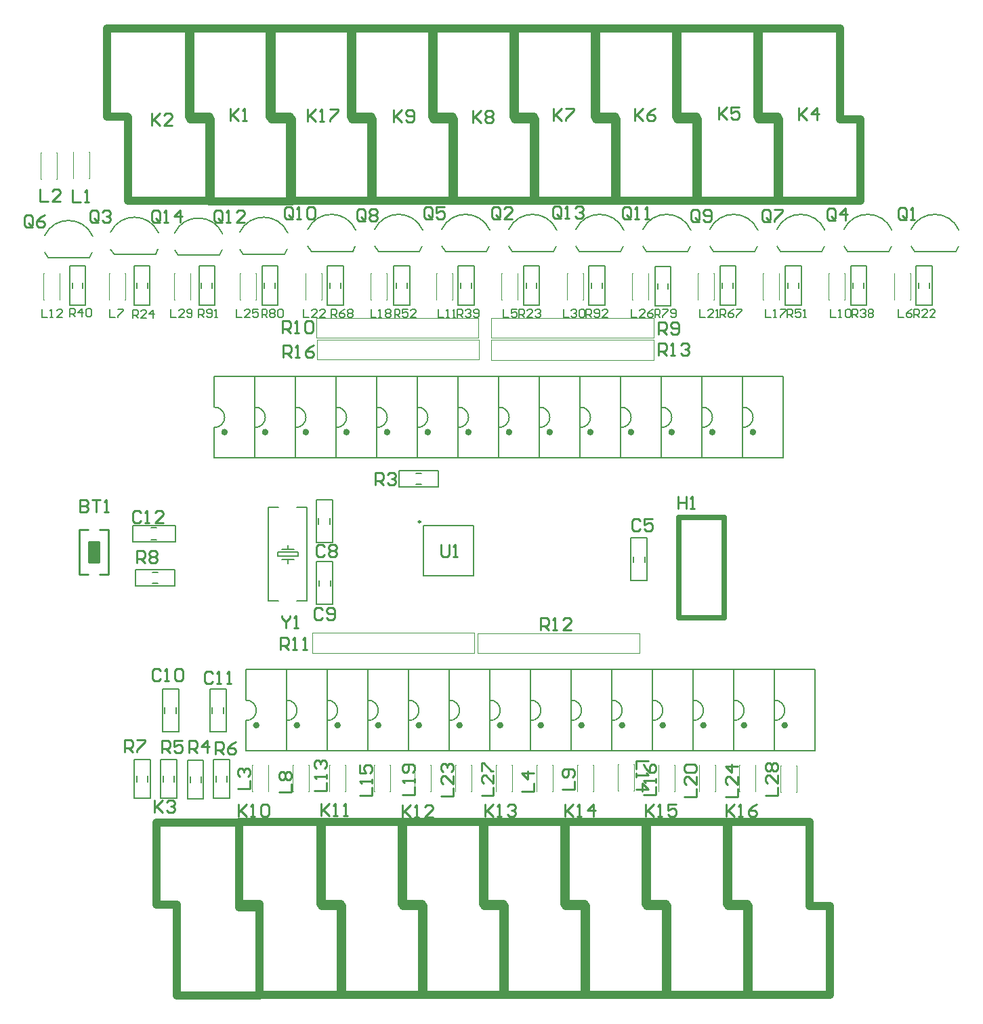
<source format=gto>
G04*
G04 #@! TF.GenerationSoftware,Altium Limited,Altium Designer,21.3.2 (30)*
G04*
G04 Layer_Color=65535*
%FSTAX24Y24*%
%MOIN*%
G70*
G04*
G04 #@! TF.SameCoordinates,7032F62B-6258-4621-937C-C93DEBE01454*
G04*
G04*
G04 #@! TF.FilePolarity,Positive*
G04*
G01*
G75*
%ADD10C,0.0150*%
%ADD11C,0.0070*%
%ADD12C,0.0098*%
%ADD13C,0.0079*%
%ADD14C,0.0040*%
%ADD15C,0.0010*%
%ADD16C,0.0394*%
%ADD17C,0.0050*%
%ADD18C,0.0250*%
%ADD19C,0.0100*%
%ADD20R,0.0500X0.1000*%
D10*
X023707Y02792D02*
G03*
X023707Y02792I-00008J0D01*
G01*
X021707D02*
G03*
X021707Y02792I-00008J0D01*
G01*
X033707D02*
G03*
X033707Y02792I-00008J0D01*
G01*
X031707D02*
G03*
X031707Y02792I-00008J0D01*
G01*
X045707D02*
G03*
X045707Y02792I-00008J0D01*
G01*
X043707D02*
G03*
X043707Y02792I-00008J0D01*
G01*
X041707D02*
G03*
X041707Y02792I-00008J0D01*
G01*
X039707D02*
G03*
X039707Y02792I-00008J0D01*
G01*
X025707D02*
G03*
X025707Y02792I-00008J0D01*
G01*
X029707D02*
G03*
X029707Y02792I-00008J0D01*
G01*
X027707D02*
G03*
X027707Y02792I-00008J0D01*
G01*
X035707D02*
G03*
X035707Y02792I-00008J0D01*
G01*
X037707D02*
G03*
X037707Y02792I-00008J0D01*
G01*
X047707D02*
G03*
X047707Y02792I-00008J0D01*
G01*
X023268Y013516D02*
G03*
X023268Y013516I-00008J0D01*
G01*
X037268D02*
G03*
X037268Y013516I-00008J0D01*
G01*
X049268D02*
G03*
X049268Y013516I-00008J0D01*
G01*
X035268D02*
G03*
X035268Y013516I-00008J0D01*
G01*
X039268D02*
G03*
X039268Y013516I-00008J0D01*
G01*
X025268D02*
G03*
X025268Y013516I-00008J0D01*
G01*
X041268D02*
G03*
X041268Y013516I-00008J0D01*
G01*
X027268D02*
G03*
X027268Y013516I-00008J0D01*
G01*
X043268D02*
G03*
X043268Y013516I-00008J0D01*
G01*
X029268D02*
G03*
X029268Y013516I-00008J0D01*
G01*
X045268D02*
G03*
X045268Y013516I-00008J0D01*
G01*
X031268D02*
G03*
X031268Y013516I-00008J0D01*
G01*
X047268D02*
G03*
X047268Y013516I-00008J0D01*
G01*
X033268D02*
G03*
X033268Y013516I-00008J0D01*
G01*
D11*
X023114Y02815D02*
G03*
X023117Y02915I000017J0005D01*
G01*
X021114Y02815D02*
G03*
X021117Y02915I000017J0005D01*
G01*
X033114Y02815D02*
G03*
X033117Y02915I000017J0005D01*
G01*
X031114Y02815D02*
G03*
X031117Y02915I000017J0005D01*
G01*
X045114Y02815D02*
G03*
X045117Y02915I000017J0005D01*
G01*
X043114Y02815D02*
G03*
X043117Y02915I000017J0005D01*
G01*
X041114Y02815D02*
G03*
X041117Y02915I000017J0005D01*
G01*
X039114Y02815D02*
G03*
X039117Y02915I000017J0005D01*
G01*
X025114Y02815D02*
G03*
X025117Y02915I000017J0005D01*
G01*
X029114Y02815D02*
G03*
X029117Y02915I000017J0005D01*
G01*
X027114Y02815D02*
G03*
X027117Y02915I000017J0005D01*
G01*
X035114Y02815D02*
G03*
X035117Y02915I000017J0005D01*
G01*
X037114Y02815D02*
G03*
X037117Y02915I000017J0005D01*
G01*
X047114Y02815D02*
G03*
X047117Y02915I000017J0005D01*
G01*
X015139Y03755D02*
G03*
X012775Y037582I-00119J-000524D01*
G01*
X018379Y03771D02*
G03*
X016015Y037742I-00119J-000524D01*
G01*
X021529Y03767D02*
G03*
X019165Y037702I-00119J-000524D01*
G01*
X047866Y03785D02*
G03*
X045502Y037882I-00119J-000524D01*
G01*
X057759Y03785D02*
G03*
X055395Y037882I-00119J-000524D01*
G01*
X024739Y03771D02*
G03*
X022375Y037742I-00119J-000524D01*
G01*
X02808Y03785D02*
G03*
X025716Y037882I-00119J-000524D01*
G01*
X031378Y03785D02*
G03*
X029013Y037882I-00119J-000524D01*
G01*
X034676Y03785D02*
G03*
X032311Y037882I-00119J-000524D01*
G01*
X037973Y03785D02*
G03*
X035609Y037882I-00119J-000524D01*
G01*
X041271Y03785D02*
G03*
X038906Y037882I-00119J-000524D01*
G01*
X044569Y03785D02*
G03*
X042204Y037882I-00119J-000524D01*
G01*
X051164Y03785D02*
G03*
X048799Y037882I-00119J-000524D01*
G01*
X054462Y03785D02*
G03*
X052097Y037882I-00119J-000524D01*
G01*
X022674Y013747D02*
G03*
X022678Y014746I000017J0005D01*
G01*
X036674Y013747D02*
G03*
X036678Y014746I000017J0005D01*
G01*
X048674Y013747D02*
G03*
X048678Y014746I000017J0005D01*
G01*
X034674Y013747D02*
G03*
X034678Y014746I000017J0005D01*
G01*
X038674Y013747D02*
G03*
X038678Y014746I000017J0005D01*
G01*
X024674Y013747D02*
G03*
X024678Y014746I000017J0005D01*
G01*
X040674Y013747D02*
G03*
X040678Y014746I000017J0005D01*
G01*
X026674Y013747D02*
G03*
X026678Y014746I000017J0005D01*
G01*
X042674Y013747D02*
G03*
X042678Y014746I000017J0005D01*
G01*
X028674Y013747D02*
G03*
X028678Y014746I000017J0005D01*
G01*
X044674Y013747D02*
G03*
X044678Y014746I000017J0005D01*
G01*
X030674Y013747D02*
G03*
X030678Y014746I000017J0005D01*
G01*
X046674Y013747D02*
G03*
X046678Y014746I000017J0005D01*
G01*
X032674Y013747D02*
G03*
X032678Y014746I000017J0005D01*
G01*
X023117Y03065D02*
X025117D01*
Y02665D02*
Y03065D01*
X023117Y02665D02*
X025117D01*
X023117Y02916D02*
Y03065D01*
Y02665D02*
Y02815D01*
X021117Y03065D02*
X023117D01*
Y02665D02*
Y03065D01*
X021117Y02665D02*
X023117D01*
X021117Y02916D02*
Y03065D01*
Y02665D02*
Y02815D01*
X033117Y03065D02*
X035117D01*
Y02665D02*
Y03065D01*
X033117Y02665D02*
X035117D01*
X033117Y02916D02*
Y03065D01*
Y02665D02*
Y02815D01*
X031117Y03065D02*
X033117D01*
Y02665D02*
Y03065D01*
X031117Y02665D02*
X033117D01*
X031117Y02916D02*
Y03065D01*
Y02665D02*
Y02815D01*
X045117Y03065D02*
X047117D01*
Y02665D02*
Y03065D01*
X045117Y02665D02*
X047117D01*
X045117Y02916D02*
Y03065D01*
Y02665D02*
Y02815D01*
X043117Y03065D02*
X045117D01*
Y02665D02*
Y03065D01*
X043117Y02665D02*
X045117D01*
X043117Y02916D02*
Y03065D01*
Y02665D02*
Y02815D01*
X041117Y03065D02*
X043117D01*
Y02665D02*
Y03065D01*
X041117Y02665D02*
X043117D01*
X041117Y02916D02*
Y03065D01*
Y02665D02*
Y02815D01*
X039117Y03065D02*
X041117D01*
Y02665D02*
Y03065D01*
X039117Y02665D02*
X041117D01*
X039117Y02916D02*
Y03065D01*
Y02665D02*
Y02815D01*
X025117Y03065D02*
X027117D01*
Y02665D02*
Y03065D01*
X025117Y02665D02*
X027117D01*
X025117Y02916D02*
Y03065D01*
Y02665D02*
Y02815D01*
X029117Y03065D02*
X031117D01*
Y02665D02*
Y03065D01*
X029117Y02665D02*
X031117D01*
X029117Y02916D02*
Y03065D01*
Y02665D02*
Y02815D01*
X027117Y03065D02*
X029117D01*
Y02665D02*
Y03065D01*
X027117Y02665D02*
X029117D01*
X027117Y02916D02*
Y03065D01*
Y02665D02*
Y02815D01*
X035117Y03065D02*
X037117D01*
Y02665D02*
Y03065D01*
X035117Y02665D02*
X037117D01*
X035117Y02916D02*
Y03065D01*
Y02665D02*
Y02815D01*
X037117Y03065D02*
X039117D01*
Y02665D02*
Y03065D01*
X037117Y02665D02*
X039117D01*
X037117Y02916D02*
Y03065D01*
Y02665D02*
Y02815D01*
X047117Y03065D02*
X049117D01*
Y02665D02*
Y03065D01*
X047117Y02665D02*
X049117D01*
X047117Y02916D02*
Y03065D01*
Y02665D02*
Y02815D01*
X012787Y036748D02*
X01296Y0365D01*
X01499D02*
X01512Y03676D01*
X01296Y0365D02*
X01499D01*
X016027Y036908D02*
X0162Y03666D01*
X01823D02*
X01836Y03692D01*
X0162Y03666D02*
X01823D01*
X019177Y036868D02*
X01935Y03662D01*
X02138D02*
X02151Y03688D01*
X01935Y03662D02*
X02138D01*
X045687Y0368D02*
X047717D01*
X047847Y03706D01*
X045514Y037048D02*
X045687Y0368D01*
X05558D02*
X05761D01*
X05774Y03706D01*
X055407Y037048D02*
X05558Y0368D01*
X02256Y03666D02*
X02459D01*
X02472Y03692D01*
X022387Y036908D02*
X02256Y03666D01*
X025901Y0368D02*
X027931D01*
X028061Y03706D01*
X025727Y037048D02*
X025901Y0368D01*
X029198D02*
X031228D01*
X031358Y03706D01*
X029025Y037048D02*
X029198Y0368D01*
X032496D02*
X034526D01*
X034656Y03706D01*
X032323Y037048D02*
X032496Y0368D01*
X035794D02*
X037824D01*
X037954Y03706D01*
X03562Y037048D02*
X035794Y0368D01*
X039092D02*
X041122D01*
X041252Y03706D01*
X038918Y037048D02*
X039092Y0368D01*
X042389D02*
X044419D01*
X044549Y03706D01*
X042216Y037048D02*
X042389Y0368D01*
X048985D02*
X051015D01*
X051145Y03706D01*
X048811Y037048D02*
X048985Y0368D01*
X052282D02*
X054312D01*
X054442Y03706D01*
X052109Y037048D02*
X052282Y0368D01*
X022678Y012246D02*
Y013746D01*
Y014756D02*
Y016246D01*
Y012246D02*
X024678D01*
Y016246D01*
X022678D02*
X024678D01*
X036678Y012246D02*
Y013746D01*
Y014756D02*
Y016246D01*
Y012246D02*
X038678D01*
Y016246D01*
X036678D02*
X038678D01*
X048678Y012246D02*
Y013746D01*
Y014756D02*
Y016246D01*
Y012246D02*
X050678D01*
Y016246D01*
X048678D02*
X050678D01*
X034678Y012246D02*
Y013746D01*
Y014756D02*
Y016246D01*
Y012246D02*
X036678D01*
Y016246D01*
X034678D02*
X036678D01*
X038678Y012246D02*
Y013746D01*
Y014756D02*
Y016246D01*
Y012246D02*
X040678D01*
Y016246D01*
X038678D02*
X040678D01*
X024678Y012246D02*
Y013746D01*
Y014756D02*
Y016246D01*
Y012246D02*
X026678D01*
Y016246D01*
X024678D02*
X026678D01*
X040678Y012246D02*
Y013746D01*
Y014756D02*
Y016246D01*
Y012246D02*
X042678D01*
Y016246D01*
X040678D02*
X042678D01*
X026678Y012246D02*
Y013746D01*
Y014756D02*
Y016246D01*
Y012246D02*
X028678D01*
Y016246D01*
X026678D02*
X028678D01*
X042678Y012246D02*
Y013746D01*
Y014756D02*
Y016246D01*
Y012246D02*
X044678D01*
Y016246D01*
X042678D02*
X044678D01*
X028678Y012246D02*
Y013746D01*
Y014756D02*
Y016246D01*
Y012246D02*
X030678D01*
Y016246D01*
X028678D02*
X030678D01*
X044678Y012246D02*
Y013746D01*
Y014756D02*
Y016246D01*
Y012246D02*
X046678D01*
Y016246D01*
X044678D02*
X046678D01*
X030678Y012246D02*
Y013746D01*
Y014756D02*
Y016246D01*
Y012246D02*
X032678D01*
Y016246D01*
X030678D02*
X032678D01*
X046678Y012246D02*
Y013746D01*
Y014756D02*
Y016246D01*
Y012246D02*
X048678D01*
Y016246D01*
X046678D02*
X048678D01*
X032678Y012246D02*
Y013746D01*
Y014756D02*
Y016246D01*
Y012246D02*
X034678D01*
Y016246D01*
X032678D02*
X034678D01*
D12*
X031267Y023516D02*
G03*
X031267Y023516I-000049J0D01*
G01*
D13*
X02037Y03609D02*
X02084D01*
X02037Y03417D02*
Y03609D01*
Y03417D02*
X02115D01*
X02102Y03499D02*
Y03527D01*
X02049Y03499D02*
Y03527D01*
X02115Y03417D02*
Y03609D01*
X02084D02*
X02115D01*
X01401Y03608D02*
X01448D01*
X01401Y03416D02*
Y03608D01*
Y03416D02*
X01479D01*
X01466Y03498D02*
Y03526D01*
X01413Y03498D02*
Y03526D01*
X01479Y03416D02*
Y03608D01*
X01448D02*
X01479D01*
X01718Y036091D02*
X01765D01*
X01718Y034171D02*
Y036091D01*
Y034171D02*
X01796D01*
X01783Y034991D02*
Y035271D01*
X0173Y034991D02*
Y035271D01*
X01796Y034171D02*
Y036091D01*
X01765D02*
X01796D01*
X023468Y036083D02*
X023938D01*
X023468Y034163D02*
Y036083D01*
Y034163D02*
X024248D01*
X024118Y034983D02*
Y035263D01*
X023588Y034983D02*
Y035263D01*
X024248Y034163D02*
Y036083D01*
X023938D02*
X024248D01*
X026687D02*
X027157D01*
X026687Y034163D02*
Y036083D01*
Y034163D02*
X027467D01*
X027337Y034983D02*
Y035263D01*
X026807Y034983D02*
Y035263D01*
X027467Y034163D02*
Y036083D01*
X027157D02*
X027467D01*
X029955D02*
X030425D01*
X029955Y034163D02*
Y036083D01*
Y034163D02*
X030735D01*
X030605Y034983D02*
Y035263D01*
X030075Y034983D02*
Y035263D01*
X030735Y034163D02*
Y036083D01*
X030425D02*
X030735D01*
X033124D02*
X033594D01*
X033124Y034163D02*
Y036083D01*
Y034163D02*
X033904D01*
X033774Y034983D02*
Y035263D01*
X033244Y034983D02*
Y035263D01*
X033904Y034163D02*
Y036083D01*
X033594D02*
X033904D01*
X036343D02*
X036813D01*
X036343Y034163D02*
Y036083D01*
Y034163D02*
X037123D01*
X036993Y034983D02*
Y035263D01*
X036463Y034983D02*
Y035263D01*
X037123Y034163D02*
Y036083D01*
X036813D02*
X037123D01*
X039561D02*
X040031D01*
X039561Y034163D02*
Y036083D01*
Y034163D02*
X040341D01*
X040211Y034983D02*
Y035263D01*
X039681Y034983D02*
Y035263D01*
X040341Y034163D02*
Y036083D01*
X040031D02*
X040341D01*
X04328Y03606D02*
X04359D01*
Y03414D02*
Y03606D01*
X04293Y03496D02*
Y03524D01*
X04346Y03496D02*
Y03524D01*
X04281Y03414D02*
X04359D01*
X04281D02*
Y03606D01*
X04328D01*
X046468Y036083D02*
X046778D01*
Y034163D02*
Y036083D01*
X046118Y034983D02*
Y035263D01*
X046648Y034983D02*
Y035263D01*
X045998Y034163D02*
X046778D01*
X045998D02*
Y036083D01*
X046468D01*
X049217D02*
X049687D01*
X049217Y034163D02*
Y036083D01*
Y034163D02*
X049997D01*
X049867Y034983D02*
Y035263D01*
X049337Y034983D02*
Y035263D01*
X049997Y034163D02*
Y036083D01*
X049687D02*
X049997D01*
X052905D02*
X053215D01*
Y034163D02*
Y036083D01*
X052555Y034983D02*
Y035263D01*
X053085Y034983D02*
Y035263D01*
X052435Y034163D02*
X053215D01*
X052435D02*
Y036083D01*
X052905D01*
X055654D02*
X056124D01*
X055654Y034163D02*
Y036083D01*
Y034163D02*
X056434D01*
X056304Y034983D02*
Y035263D01*
X055774Y034983D02*
Y035263D01*
X056434Y034163D02*
Y036083D01*
X056124D02*
X056434D01*
X03021Y02571D02*
Y02602D01*
X03213D01*
X03103Y02536D02*
X03131D01*
X03103Y02589D02*
X03131D01*
X03213Y02524D02*
Y02602D01*
X03021Y02524D02*
X03213D01*
X03021D02*
Y02571D01*
X02637Y01945D02*
X02696D01*
Y02155D01*
X02616D02*
X02696D01*
X02628Y02036D02*
Y02064D01*
X02685Y02036D02*
Y02064D01*
X02616Y01945D02*
Y02155D01*
Y01945D02*
X02637D01*
X02614Y0246D02*
X02673D01*
X02614Y0225D02*
Y0246D01*
Y0225D02*
X02694D01*
X02682Y02341D02*
Y02369D01*
X02625Y02341D02*
Y02369D01*
X02694Y0225D02*
Y0246D01*
X02673D02*
X02694D01*
X031395Y023339D02*
X033875D01*
Y020859D02*
Y023339D01*
X031395Y020859D02*
X033875D01*
X031395D02*
Y023339D01*
X0171Y022533D02*
Y023123D01*
Y022533D02*
X0192D01*
Y023333D01*
X01801Y023213D02*
X01829D01*
X01801Y022643D02*
X01829D01*
X0171Y023333D02*
X0192D01*
X0171Y023123D02*
Y023333D01*
X021392Y009923D02*
X021862D01*
Y011843D01*
X021082D02*
X021862D01*
X021212Y010743D02*
Y011023D01*
X021742Y010743D02*
Y011023D01*
X021082Y009923D02*
Y011843D01*
Y009923D02*
X021392D01*
X02149Y0153D02*
X0217D01*
Y0132D02*
Y0153D01*
X02101Y01411D02*
Y01439D01*
X02158Y01411D02*
Y01439D01*
X0209Y0132D02*
X0217D01*
X0209D02*
Y0153D01*
X02149D01*
X01917D02*
X01938D01*
Y0132D02*
Y0153D01*
X01869Y01411D02*
Y01439D01*
X01926Y01411D02*
Y01439D01*
X01858Y0132D02*
X01938D01*
X01858D02*
Y0153D01*
X01917D01*
X017492Y009923D02*
X017962D01*
Y011843D01*
X017182D02*
X017962D01*
X017312Y010743D02*
Y011023D01*
X017842Y010743D02*
Y011023D01*
X017182Y009923D02*
Y011843D01*
Y009923D02*
X017492D01*
X018482Y011843D02*
X018952D01*
X018482Y009923D02*
Y011843D01*
Y009923D02*
X019262D01*
X019132Y010743D02*
Y011023D01*
X018602Y010743D02*
Y011023D01*
X019262Y009923D02*
Y011843D01*
X018952D02*
X019262D01*
X02012Y00989D02*
X02059D01*
Y01181D01*
X01981D02*
X02059D01*
X01994Y01071D02*
Y01099D01*
X02047Y01071D02*
Y01099D01*
X01981Y00989D02*
Y01181D01*
Y00989D02*
X02012D01*
X019169Y020688D02*
Y021158D01*
X017249D02*
X019169D01*
X017249Y020378D02*
Y021158D01*
X018069Y020508D02*
X018349D01*
X018069Y021038D02*
X018349D01*
X017249Y020378D02*
X019169D01*
Y020688D01*
X041611Y020614D02*
X041821D01*
X041611D02*
Y022714D01*
X042301Y021524D02*
Y021804D01*
X041731Y021524D02*
Y021804D01*
X041611Y022714D02*
X042411D01*
Y020614D02*
Y022714D01*
X041821Y020614D02*
X042411D01*
X020361Y03356D02*
Y033954D01*
X020558D01*
X020623Y033888D01*
Y033757D01*
X020558Y033691D01*
X020361D01*
X020492D02*
X020623Y03356D01*
X020755Y033626D02*
X02082Y03356D01*
X020951D01*
X021017Y033626D01*
Y033888D01*
X020951Y033954D01*
X02082D01*
X020755Y033888D01*
Y033823D01*
X02082Y033757D01*
X021017D01*
X021148Y03356D02*
X021279D01*
X021214D01*
Y033954D01*
X021148Y033888D01*
X012649Y033973D02*
Y033579D01*
X012911D01*
X013042D02*
X013173D01*
X013108D01*
Y033973D01*
X013042Y033907D01*
X013633Y033579D02*
X01337D01*
X013633Y033842D01*
Y033907D01*
X013567Y033973D01*
X013436D01*
X01337Y033907D01*
X014022Y0336D02*
Y033994D01*
X014219D01*
X014285Y033928D01*
Y033797D01*
X014219Y033731D01*
X014022D01*
X014154D02*
X014285Y0336D01*
X014613D02*
Y033994D01*
X014416Y033797D01*
X014678D01*
X01481Y033928D02*
X014875Y033994D01*
X015006D01*
X015072Y033928D01*
Y033666D01*
X015006Y0336D01*
X014875D01*
X01481Y033666D01*
Y033928D01*
X01598Y033973D02*
Y033579D01*
X016243D01*
X016374Y033973D02*
X016636D01*
Y033907D01*
X016374Y033645D01*
Y033579D01*
X017114Y033531D02*
Y033924D01*
X017311D01*
X017376Y033859D01*
Y033727D01*
X017311Y033662D01*
X017114D01*
X017245D02*
X017376Y033531D01*
X01777D02*
X017507D01*
X01777Y033793D01*
Y033859D01*
X017704Y033924D01*
X017573D01*
X017507Y033859D01*
X018098Y033531D02*
Y033924D01*
X017901Y033727D01*
X018163D01*
X018978Y033973D02*
Y033579D01*
X01924D01*
X019634D02*
X019371D01*
X019634Y033842D01*
Y033907D01*
X019568Y033973D01*
X019437D01*
X019371Y033907D01*
X019765Y033645D02*
X01983Y033579D01*
X019962D01*
X020027Y033645D01*
Y033907D01*
X019962Y033973D01*
X01983D01*
X019765Y033907D01*
Y033842D01*
X01983Y033776D01*
X020027D01*
X022224Y033973D02*
Y033579D01*
X022487D01*
X02288D02*
X022618D01*
X02288Y033842D01*
Y033907D01*
X022815Y033973D01*
X022683D01*
X022618Y033907D01*
X023274Y033973D02*
X023011D01*
Y033776D01*
X023142Y033842D01*
X023208D01*
X023274Y033776D01*
Y033645D01*
X023208Y033579D01*
X023077D01*
X023011Y033645D01*
X023465Y033573D02*
Y033967D01*
X023662D01*
X023728Y033901D01*
Y03377D01*
X023662Y033704D01*
X023465D01*
X023596D02*
X023728Y033573D01*
X023859Y033901D02*
X023924Y033967D01*
X024056D01*
X024121Y033901D01*
Y033836D01*
X024056Y03377D01*
X024121Y033704D01*
Y033639D01*
X024056Y033573D01*
X023924D01*
X023859Y033639D01*
Y033704D01*
X023924Y03377D01*
X023859Y033836D01*
Y033901D01*
X023924Y03377D02*
X024056D01*
X024252Y033901D02*
X024318Y033967D01*
X024449D01*
X024515Y033901D01*
Y033639D01*
X024449Y033573D01*
X024318D01*
X024252Y033639D01*
Y033901D01*
X025525Y033967D02*
Y033573D01*
X025788D01*
X026181D02*
X025919D01*
X026181Y033836D01*
Y033901D01*
X026116Y033967D01*
X025984D01*
X025919Y033901D01*
X026575Y033573D02*
X026312D01*
X026575Y033836D01*
Y033901D01*
X026509Y033967D01*
X026378D01*
X026312Y033901D01*
X026885Y033573D02*
Y033967D01*
X027082D01*
X027148Y033901D01*
Y03377D01*
X027082Y033704D01*
X026885D01*
X027016D02*
X027148Y033573D01*
X027541Y033967D02*
X02741Y033901D01*
X027279Y03377D01*
Y033639D01*
X027344Y033573D01*
X027476D01*
X027541Y033639D01*
Y033704D01*
X027476Y03377D01*
X027279D01*
X027672Y033901D02*
X027738Y033967D01*
X027869D01*
X027935Y033901D01*
Y033836D01*
X027869Y03377D01*
X027935Y033704D01*
Y033639D01*
X027869Y033573D01*
X027738D01*
X027672Y033639D01*
Y033704D01*
X027738Y03377D01*
X027672Y033836D01*
Y033901D01*
X027738Y03377D02*
X027869D01*
X028829Y033973D02*
Y033579D01*
X029091D01*
X029222D02*
X029353D01*
X029288D01*
Y033973D01*
X029222Y033907D01*
X02955D02*
X029616Y033973D01*
X029747D01*
X029813Y033907D01*
Y033842D01*
X029747Y033776D01*
X029813Y033711D01*
Y033645D01*
X029747Y033579D01*
X029616D01*
X02955Y033645D01*
Y033711D01*
X029616Y033776D01*
X02955Y033842D01*
Y033907D01*
X029616Y033776D02*
X029747D01*
X029995Y033573D02*
Y033967D01*
X030192D01*
X030258Y033901D01*
Y03377D01*
X030192Y033704D01*
X029995D01*
X030126D02*
X030258Y033573D01*
X030651Y033967D02*
X030389D01*
Y03377D01*
X03052Y033836D01*
X030586D01*
X030651Y03377D01*
Y033639D01*
X030586Y033573D01*
X030454D01*
X030389Y033639D01*
X031045Y033573D02*
X030782D01*
X031045Y033836D01*
Y033901D01*
X030979Y033967D01*
X030848D01*
X030782Y033901D01*
X032141Y033973D02*
Y033579D01*
X032403D01*
X032534D02*
X032666D01*
X0326D01*
Y033973D01*
X032534Y033907D01*
X032862Y033579D02*
X032994D01*
X032928D01*
Y033973D01*
X032862Y033907D01*
X033081Y033579D02*
Y033973D01*
X033278D01*
X033343Y033907D01*
Y033776D01*
X033278Y033711D01*
X033081D01*
X033212D02*
X033343Y033579D01*
X033474Y033907D02*
X03354Y033973D01*
X033671D01*
X033737Y033907D01*
Y033842D01*
X033671Y033776D01*
X033606D01*
X033671D01*
X033737Y033711D01*
Y033645D01*
X033671Y033579D01*
X03354D01*
X033474Y033645D01*
X033868D02*
X033934Y033579D01*
X034065D01*
X03413Y033645D01*
Y033907D01*
X034065Y033973D01*
X033934D01*
X033868Y033907D01*
Y033842D01*
X033934Y033776D01*
X03413D01*
X035355Y033973D02*
Y033579D01*
X035617D01*
X03601Y033973D02*
X035748D01*
Y033776D01*
X035879Y033842D01*
X035945D01*
X03601Y033776D01*
Y033645D01*
X035945Y033579D01*
X035814D01*
X035748Y033645D01*
X036117Y033579D02*
Y033973D01*
X036314D01*
X03638Y033907D01*
Y033776D01*
X036314Y033711D01*
X036117D01*
X036249D02*
X03638Y033579D01*
X036773D02*
X036511D01*
X036773Y033842D01*
Y033907D01*
X036708Y033973D01*
X036577D01*
X036511Y033907D01*
X036905D02*
X03697Y033973D01*
X037101D01*
X037167Y033907D01*
Y033842D01*
X037101Y033776D01*
X037036D01*
X037101D01*
X037167Y033711D01*
Y033645D01*
X037101Y033579D01*
X03697D01*
X036905Y033645D01*
X038299Y033973D02*
Y033579D01*
X038562D01*
X038693Y033907D02*
X038758Y033973D01*
X03889D01*
X038955Y033907D01*
Y033842D01*
X03889Y033776D01*
X038824D01*
X03889D01*
X038955Y033711D01*
Y033645D01*
X03889Y033579D01*
X038758D01*
X038693Y033645D01*
X039086Y033907D02*
X039152Y033973D01*
X039283D01*
X039349Y033907D01*
Y033645D01*
X039283Y033579D01*
X039152D01*
X039086Y033645D01*
Y033907D01*
X039416Y033579D02*
Y033973D01*
X039613D01*
X039679Y033907D01*
Y033776D01*
X039613Y033711D01*
X039416D01*
X039548D02*
X039679Y033579D01*
X03981Y033645D02*
X039876Y033579D01*
X040007D01*
X040072Y033645D01*
Y033907D01*
X040007Y033973D01*
X039876D01*
X03981Y033907D01*
Y033842D01*
X039876Y033776D01*
X040072D01*
X040466Y033579D02*
X040204D01*
X040466Y033842D01*
Y033907D01*
X0404Y033973D01*
X040269D01*
X040204Y033907D01*
X041651Y033973D02*
Y033579D01*
X041913D01*
X042307D02*
X042044D01*
X042307Y033842D01*
Y033907D01*
X042241Y033973D01*
X04211D01*
X042044Y033907D01*
X0427Y033973D02*
X042569Y033907D01*
X042438Y033776D01*
Y033645D01*
X042503Y033579D01*
X042635D01*
X0427Y033645D01*
Y033711D01*
X042635Y033776D01*
X042438D01*
X042798Y033556D02*
Y03395D01*
X042995D01*
X043061Y033884D01*
Y033753D01*
X042995Y033688D01*
X042798D01*
X042929D02*
X043061Y033556D01*
X043192Y03395D02*
X043454D01*
Y033884D01*
X043192Y033622D01*
Y033556D01*
X043585Y033622D02*
X043651Y033556D01*
X043782D01*
X043848Y033622D01*
Y033884D01*
X043782Y03395D01*
X043651D01*
X043585Y033884D01*
Y033819D01*
X043651Y033753D01*
X043848D01*
X045015Y033973D02*
Y033579D01*
X045278D01*
X045671D02*
X045409D01*
X045671Y033842D01*
Y033907D01*
X045606Y033973D01*
X045475D01*
X045409Y033907D01*
X045802Y033579D02*
X045934D01*
X045868D01*
Y033973D01*
X045802Y033907D01*
X046014Y033579D02*
Y033973D01*
X046211D01*
X046277Y033907D01*
Y033776D01*
X046211Y033711D01*
X046014D01*
X046146D02*
X046277Y033579D01*
X04667Y033973D02*
X046539Y033907D01*
X046408Y033776D01*
Y033645D01*
X046474Y033579D01*
X046605D01*
X04667Y033645D01*
Y033711D01*
X046605Y033776D01*
X046408D01*
X046802Y033973D02*
X047064D01*
Y033907D01*
X046802Y033645D01*
Y033579D01*
X048255Y033973D02*
Y033579D01*
X048518D01*
X048649D02*
X04878D01*
X048714D01*
Y033973D01*
X048649Y033907D01*
X048977Y033973D02*
X049239D01*
Y033907D01*
X048977Y033645D01*
Y033579D01*
X049327D02*
Y033973D01*
X049523D01*
X049589Y033907D01*
Y033776D01*
X049523Y033711D01*
X049327D01*
X049458D02*
X049589Y033579D01*
X049982Y033973D02*
X04972D01*
Y033776D01*
X049851Y033842D01*
X049917D01*
X049982Y033776D01*
Y033645D01*
X049917Y033579D01*
X049786D01*
X04972Y033645D01*
X050114Y033579D02*
X050245D01*
X050179D01*
Y033973D01*
X050114Y033907D01*
X051449Y033973D02*
Y033579D01*
X051712D01*
X051843D02*
X051974D01*
X051909D01*
Y033973D01*
X051843Y033907D01*
X052171D02*
X052236Y033973D01*
X052368D01*
X052433Y033907D01*
Y033645D01*
X052368Y033579D01*
X052236D01*
X052171Y033645D01*
Y033907D01*
X052507Y033579D02*
Y033973D01*
X052704D01*
X05277Y033907D01*
Y033776D01*
X052704Y033711D01*
X052507D01*
X052639D02*
X05277Y033579D01*
X052901Y033907D02*
X052967Y033973D01*
X053098D01*
X053163Y033907D01*
Y033842D01*
X053098Y033776D01*
X053032D01*
X053098D01*
X053163Y033711D01*
Y033645D01*
X053098Y033579D01*
X052967D01*
X052901Y033645D01*
X053295Y033907D02*
X05336Y033973D01*
X053491D01*
X053557Y033907D01*
Y033842D01*
X053491Y033776D01*
X053557Y033711D01*
Y033645D01*
X053491Y033579D01*
X05336D01*
X053295Y033645D01*
Y033711D01*
X05336Y033776D01*
X053295Y033842D01*
Y033907D01*
X05336Y033776D02*
X053491D01*
X054781Y033973D02*
Y033579D01*
X055044D01*
X055437Y033973D02*
X055306Y033907D01*
X055175Y033776D01*
Y033645D01*
X05524Y033579D01*
X055371D01*
X055437Y033645D01*
Y033711D01*
X055371Y033776D01*
X055175D01*
X055544Y033579D02*
Y033973D01*
X055741D01*
X055806Y033907D01*
Y033776D01*
X055741Y033711D01*
X055544D01*
X055675D02*
X055806Y033579D01*
X0562D02*
X055938D01*
X0562Y033842D01*
Y033907D01*
X056134Y033973D01*
X056003D01*
X055938Y033907D01*
X056594Y033579D02*
X056331D01*
X056594Y033842D01*
Y033907D01*
X056528Y033973D01*
X056397D01*
X056331Y033907D01*
D14*
X013521Y034422D02*
Y035722D01*
X012721Y034422D02*
Y035722D01*
X013501Y034422D02*
X013521D01*
X013501Y035722D02*
X013521D01*
X012721D02*
X012751D01*
X012721Y034422D02*
X012741D01*
X016739D02*
Y035722D01*
X015939Y034422D02*
Y035722D01*
X016719Y034422D02*
X016739D01*
X016719Y035722D02*
X016739D01*
X015939D02*
X015969D01*
X015939Y034422D02*
X015959D01*
X019958D02*
Y035722D01*
X019158Y034422D02*
Y035722D01*
X019938Y034422D02*
X019958D01*
X019938Y035722D02*
X019958D01*
X019158D02*
X019188D01*
X019158Y034422D02*
X019178D01*
X023176D02*
Y035722D01*
X022376Y034422D02*
Y035722D01*
X023156Y034422D02*
X023176D01*
X023156Y035722D02*
X023176D01*
X022376D02*
X022406D01*
X022376Y034422D02*
X022396D01*
X026395D02*
Y035722D01*
X025595Y034422D02*
Y035722D01*
X026375Y034422D02*
X026395D01*
X026375Y035722D02*
X026395D01*
X025595D02*
X025625D01*
X025595Y034422D02*
X025615D01*
X029613D02*
Y035722D01*
X028813Y034422D02*
Y035722D01*
X029593Y034422D02*
X029613D01*
X029593Y035722D02*
X029613D01*
X028813D02*
X028843D01*
X028813Y034422D02*
X028833D01*
X032832D02*
Y035722D01*
X032032Y034422D02*
Y035722D01*
X032812Y034422D02*
X032832D01*
X032812Y035722D02*
X032832D01*
X032032D02*
X032062D01*
X032032Y034422D02*
X032052D01*
X03605D02*
Y035722D01*
X03525Y034422D02*
Y035722D01*
X03603Y034422D02*
X03605D01*
X03603Y035722D02*
X03605D01*
X03525D02*
X03528D01*
X03525Y034422D02*
X03527D01*
X039269D02*
Y035722D01*
X038469Y034422D02*
Y035722D01*
X039249Y034422D02*
X039269D01*
X039249Y035722D02*
X039269D01*
X038469D02*
X038499D01*
X038469Y034422D02*
X038489D01*
X042487D02*
Y035722D01*
X041687Y034422D02*
Y035722D01*
X042467Y034422D02*
X042487D01*
X042467Y035722D02*
X042487D01*
X041687D02*
X041717D01*
X041687Y034422D02*
X041707D01*
X045706D02*
Y035722D01*
X044906Y034422D02*
Y035722D01*
X045686Y034422D02*
X045706D01*
X045686Y035722D02*
X045706D01*
X044906D02*
X044936D01*
X044906Y034422D02*
X044926D01*
X048924D02*
Y035722D01*
X048124Y034422D02*
Y035722D01*
X048904Y034422D02*
X048924D01*
X048904Y035722D02*
X048924D01*
X048124D02*
X048154D01*
X048124Y034422D02*
X048144D01*
X052143D02*
Y035722D01*
X051343Y034422D02*
Y035722D01*
X052123Y034422D02*
X052143D01*
X052123Y035722D02*
X052143D01*
X051343D02*
X051373D01*
X051343Y034422D02*
X051363D01*
X054562D02*
X054582D01*
X054562Y035722D02*
X054592D01*
X055342D02*
X055362D01*
X055342Y034422D02*
X055362D01*
X054562D02*
Y035722D01*
X055362Y034422D02*
Y035722D01*
X01336Y04166D02*
X01338D01*
X01335Y04036D02*
X01338D01*
X01258D02*
X0126D01*
X01258Y04166D02*
X0126D01*
X01338Y04036D02*
Y04166D01*
X01258Y04036D02*
Y04166D01*
X01495Y04168D02*
X01497D01*
X01494Y04038D02*
X01497D01*
X01417D02*
X01419D01*
X01417Y04168D02*
X01419D01*
X01497Y04038D02*
Y04168D01*
X01417Y04038D02*
Y04168D01*
X04898Y01023D02*
X049D01*
X04898Y01153D02*
X04901D01*
X04976D02*
X04978D01*
X04976Y01023D02*
X04978D01*
X04898D02*
Y01153D01*
X04978Y01023D02*
Y01153D01*
X04696Y010253D02*
X04698D01*
X04696Y011553D02*
X04699D01*
X04774D02*
X04776D01*
X04774Y010253D02*
X04776D01*
X04696D02*
Y011553D01*
X04776Y010253D02*
Y011553D01*
X044962Y010253D02*
X044982D01*
X044962Y011553D02*
X044992D01*
X045742D02*
X045762D01*
X045742Y010253D02*
X045762D01*
X044962D02*
Y011553D01*
X045762Y010253D02*
Y011553D01*
X042964Y010253D02*
X042984D01*
X042964Y011553D02*
X042994D01*
X043744D02*
X043764D01*
X043744Y010253D02*
X043764D01*
X042964D02*
Y011553D01*
X043764Y010253D02*
Y011553D01*
X04098Y01028D02*
X041D01*
X04098Y01158D02*
X04101D01*
X04176D02*
X04178D01*
X04176Y01028D02*
X04178D01*
X04098D02*
Y01158D01*
X04178Y01028D02*
Y01158D01*
X038968Y010253D02*
X038988D01*
X038968Y011553D02*
X038998D01*
X039748D02*
X039768D01*
X039748Y010253D02*
X039768D01*
X038968D02*
Y011553D01*
X039768Y010253D02*
Y011553D01*
X03697Y010253D02*
X03699D01*
X03697Y011553D02*
X037D01*
X03775D02*
X03777D01*
X03775Y010253D02*
X03777D01*
X03697D02*
Y011553D01*
X03777Y010253D02*
Y011553D01*
X034971Y010253D02*
X034991D01*
X034971Y011553D02*
X035001D01*
X035751D02*
X035771D01*
X035751Y010253D02*
X035771D01*
X034971D02*
Y011553D01*
X035771Y010253D02*
Y011553D01*
X024981Y010253D02*
X025001D01*
X024981Y011553D02*
X025011D01*
X025761D02*
X025781D01*
X025761Y010253D02*
X025781D01*
X024981D02*
Y011553D01*
X025781Y010253D02*
Y011553D01*
X028977Y010253D02*
X028997D01*
X028977Y011553D02*
X029007D01*
X029757D02*
X029777D01*
X029757Y010253D02*
X029777D01*
X028977D02*
Y011553D01*
X029777Y010253D02*
Y011553D01*
X032973Y010253D02*
X032993D01*
X032973Y011553D02*
X033003D01*
X033753D02*
X033773D01*
X033753Y010253D02*
X033773D01*
X032973D02*
Y011553D01*
X033773Y010253D02*
Y011553D01*
X030975Y010253D02*
X030995D01*
X030975Y011553D02*
X031005D01*
X031755D02*
X031775D01*
X031755Y010253D02*
X031775D01*
X030975D02*
Y011553D01*
X031775Y010253D02*
Y011553D01*
X02677Y01027D02*
X02679D01*
X02677Y01157D02*
X0268D01*
X02755D02*
X02757D01*
X02755Y01027D02*
X02757D01*
X02677D02*
Y01157D01*
X02757Y01027D02*
Y01157D01*
X022983Y010253D02*
X023003D01*
X022983Y011553D02*
X023013D01*
X023763D02*
X023783D01*
X023763Y010253D02*
X023783D01*
X022983D02*
Y011553D01*
X023783Y010253D02*
Y011553D01*
D15*
X03415Y03148D02*
Y03246D01*
X02617D02*
X03415D01*
X02617Y03148D02*
Y03246D01*
Y03148D02*
X03415D01*
X03475Y03147D02*
X04273D01*
X03475D02*
Y03245D01*
X04273D01*
Y03147D02*
Y03245D01*
X02614Y03256D02*
X03412D01*
X02614D02*
Y03354D01*
X03412D01*
Y03256D02*
Y03354D01*
X03476Y03256D02*
X04274D01*
X03476D02*
Y03354D01*
X04274D01*
Y03256D02*
Y03354D01*
X03407Y01706D02*
Y01804D01*
Y01706D02*
X04205D01*
Y01804D01*
X03407D02*
X04205D01*
X02594Y01707D02*
Y01805D01*
Y01707D02*
X03392D01*
Y01805D01*
X02594D02*
X03392D01*
D16*
X019872Y043418D02*
Y043438D01*
Y043418D02*
X020872D01*
X020882Y039278D02*
Y043408D01*
X020872Y043418D02*
X020882Y043408D01*
X019872Y043438D02*
Y047748D01*
X023952Y043298D02*
Y047638D01*
Y043298D02*
X024942D01*
Y039278D02*
Y043298D01*
X020882Y039278D02*
X024942D01*
X023952Y047638D02*
Y047768D01*
X019892D02*
X023952D01*
X019872Y047748D02*
X019892Y047768D01*
X047846Y047753D02*
X047866Y047773D01*
X051926D01*
Y047643D02*
Y047773D01*
X048856Y039283D02*
X052916D01*
Y043303D01*
X051926D02*
X052916D01*
X051926D02*
Y047643D01*
X047846Y043443D02*
Y047753D01*
X048846Y043423D02*
X048856Y043413D01*
Y039283D02*
Y043413D01*
X047846Y043423D02*
X048846D01*
X047846D02*
Y043443D01*
X027401Y000265D02*
X027421Y000285D01*
X023341Y000265D02*
X027401D01*
X023341D02*
Y000395D01*
X022351Y008755D02*
X026411D01*
X022351Y004735D02*
Y008755D01*
Y004735D02*
X023341D01*
Y000395D02*
Y004735D01*
X027421Y000285D02*
Y004595D01*
X026411Y004625D02*
X026421Y004615D01*
X026411Y004625D02*
Y008755D01*
X026421Y004615D02*
X027421D01*
Y004595D02*
Y004615D01*
X027846Y047753D02*
X027866Y047773D01*
X031926D01*
Y047643D02*
Y047773D01*
X028856Y039283D02*
X032916D01*
Y043303D01*
X031926D02*
X032916D01*
X031926D02*
Y047643D01*
X027846Y043443D02*
Y047753D01*
X028846Y043423D02*
X028856Y043413D01*
Y039283D02*
Y043413D01*
X027846Y043423D02*
X028846D01*
X027846D02*
Y043443D01*
X031846Y047753D02*
X031866Y047773D01*
X035926D01*
Y047643D02*
Y047773D01*
X032856Y039283D02*
X036916D01*
Y043303D01*
X035926D02*
X036916D01*
X035926D02*
Y047643D01*
X031846Y043443D02*
Y047753D01*
X032846Y043423D02*
X032856Y043413D01*
Y039283D02*
Y043413D01*
X031846Y043423D02*
X032846D01*
X031846D02*
Y043443D01*
X035846Y047753D02*
X035866Y047773D01*
X039926D01*
Y047643D02*
Y047773D01*
X036856Y039283D02*
X040916D01*
Y043303D01*
X039926D02*
X040916D01*
X039926D02*
Y047643D01*
X035846Y043443D02*
Y047753D01*
X036846Y043423D02*
X036856Y043413D01*
Y039283D02*
Y043413D01*
X035846Y043423D02*
X036846D01*
X035846D02*
Y043443D01*
X039846Y047753D02*
X039866Y047773D01*
X043926D01*
Y047643D02*
Y047773D01*
X040856Y039283D02*
X044916D01*
Y043303D01*
X043926D02*
X044916D01*
X043926D02*
Y047643D01*
X039846Y043443D02*
Y047753D01*
X040846Y043423D02*
X040856Y043413D01*
Y039283D02*
Y043413D01*
X039846Y043423D02*
X040846D01*
X039846D02*
Y043443D01*
X043846Y043423D02*
Y043443D01*
Y043423D02*
X044846D01*
X044856Y039283D02*
Y043413D01*
X044846Y043423D02*
X044856Y043413D01*
X043846Y043443D02*
Y047753D01*
X047926Y043303D02*
Y047643D01*
Y043303D02*
X048916D01*
Y039283D02*
Y043303D01*
X044856Y039283D02*
X048916D01*
X047926Y047643D02*
Y047773D01*
X043866D02*
X047926D01*
X043846Y047753D02*
X043866Y047773D01*
X023846Y047753D02*
X023866Y047773D01*
X027926D01*
Y047643D02*
Y047773D01*
X024856Y039283D02*
X028916D01*
Y043303D01*
X027926D02*
X028916D01*
X027926D02*
Y047643D01*
X023846Y043443D02*
Y047753D01*
X024846Y043423D02*
X024856Y043413D01*
Y039283D02*
Y043413D01*
X023846Y043423D02*
X024846D01*
X023846D02*
Y043443D01*
X051421Y004595D02*
Y004615D01*
X050421D02*
X051421D01*
X050411Y004625D02*
Y008755D01*
Y004625D02*
X050421Y004615D01*
X051421Y000285D02*
Y004595D01*
X047341Y000395D02*
Y004735D01*
X046351D02*
X047341D01*
X046351D02*
Y008755D01*
X050411D01*
X047341Y000265D02*
Y000395D01*
Y000265D02*
X051401D01*
X051421Y000285D01*
X047421Y004595D02*
Y004615D01*
X046421D02*
X047421D01*
X046411Y004625D02*
Y008755D01*
Y004625D02*
X046421Y004615D01*
X047421Y000285D02*
Y004595D01*
X043341Y000395D02*
Y004735D01*
X042351D02*
X043341D01*
X042351D02*
Y008755D01*
X046411D01*
X043341Y000265D02*
Y000395D01*
Y000265D02*
X047401D01*
X047421Y000285D01*
X043421Y004595D02*
Y004615D01*
X042421D02*
X043421D01*
X042411Y004625D02*
Y008755D01*
Y004625D02*
X042421Y004615D01*
X043421Y000285D02*
Y004595D01*
X039341Y000395D02*
Y004735D01*
X038351D02*
X039341D01*
X038351D02*
Y008755D01*
X042411D01*
X039341Y000265D02*
Y000395D01*
Y000265D02*
X043401D01*
X043421Y000285D01*
X039421Y004595D02*
Y004615D01*
X038421D02*
X039421D01*
X038411Y004625D02*
Y008755D01*
Y004625D02*
X038421Y004615D01*
X039421Y000285D02*
Y004595D01*
X035341Y000395D02*
Y004735D01*
X034351D02*
X035341D01*
X034351D02*
Y008755D01*
X038411D01*
X035341Y000265D02*
Y000395D01*
Y000265D02*
X039401D01*
X039421Y000285D01*
X035421Y004595D02*
Y004615D01*
X034421D02*
X035421D01*
X034411Y004625D02*
Y008755D01*
Y004625D02*
X034421Y004615D01*
X035421Y000285D02*
Y004595D01*
X031341Y000395D02*
Y004735D01*
X030351D02*
X031341D01*
X030351D02*
Y008755D01*
X034411D01*
X031341Y000265D02*
Y000395D01*
Y000265D02*
X035401D01*
X035421Y000285D01*
X031421Y004595D02*
Y004615D01*
X030421D02*
X031421D01*
X030411Y004625D02*
Y008755D01*
Y004625D02*
X030421Y004615D01*
X031421Y000285D02*
Y004595D01*
X027341Y000395D02*
Y004735D01*
X026351D02*
X027341D01*
X026351D02*
Y008755D01*
X030411D01*
X027341Y000265D02*
Y000395D01*
Y000265D02*
X031401D01*
X031421Y000285D01*
X01586Y04775D02*
X01588Y04777D01*
X01994D01*
Y04764D02*
Y04777D01*
X01687Y03928D02*
X02093D01*
Y0433D01*
X01994D02*
X02093D01*
X01994D02*
Y04764D01*
X01586Y04344D02*
Y04775D01*
X01686Y04342D02*
X01687Y04341D01*
Y03928D02*
Y04341D01*
X01586Y04342D02*
X01686D01*
X01586D02*
Y04344D01*
X02333Y000225D02*
X02335Y000245D01*
X01927Y000225D02*
X02333D01*
X01927D02*
Y000355D01*
X01828Y008715D02*
X02234D01*
X01828Y004695D02*
Y008715D01*
Y004695D02*
X01927D01*
Y000355D02*
Y004695D01*
X02335Y000245D02*
Y004555D01*
X02234Y004585D02*
X02235Y004575D01*
X02234Y004585D02*
Y008715D01*
X02235Y004575D02*
X02335D01*
Y004555D02*
Y004575D01*
D17*
X025189Y019622D02*
X025689D01*
Y024222D01*
X024739Y021472D02*
Y021672D01*
X024439D02*
X025039D01*
X025239Y021822D02*
Y022022D01*
X024239Y021822D02*
X025239D01*
X024239D02*
Y022022D01*
X025239D01*
X024439Y022172D02*
X025039D01*
X024739D02*
Y022372D01*
X023789Y019622D02*
X024289D01*
X023789Y024222D02*
X024289D01*
X025189D02*
X025689D01*
X023789Y019622D02*
Y024222D01*
D18*
X043976Y023739D02*
X046228D01*
Y018786D02*
Y023739D01*
X043976Y018786D02*
X046228D01*
X043976D02*
Y023739D01*
D19*
X015474Y023133D02*
X015924D01*
X014464D02*
X014914D01*
X014464Y020913D02*
Y023133D01*
X015924Y020913D02*
Y023133D01*
X015444Y021523D02*
Y022523D01*
X014944Y021523D02*
X015444D01*
X014944D02*
Y022523D01*
X015444D01*
X015474Y020913D02*
X015924D01*
X014464D02*
X014914D01*
X04249Y01177D02*
X04189D01*
Y01137D01*
Y01117D02*
Y01097D01*
Y01107D01*
X04249D01*
X04239Y01117D01*
X04189Y01037D02*
X04249D01*
X04219Y01067D01*
Y01027D01*
X042986Y03168D02*
Y03228D01*
X043286D01*
X043386Y03218D01*
Y03198D01*
X043286Y03188D01*
X042986D01*
X043186D02*
X043386Y03168D01*
X043586D02*
X043786D01*
X043686D01*
Y03228D01*
X043586Y03218D01*
X044086D02*
X044186Y03228D01*
X044386D01*
X044486Y03218D01*
Y03208D01*
X044386Y03198D01*
X044286D01*
X044386D01*
X044486Y03188D01*
Y03178D01*
X044386Y03168D01*
X044186D01*
X044086Y03178D01*
X024459Y018902D02*
Y018802D01*
X024659Y018602D01*
X024859Y018802D01*
Y018902D01*
X024659Y018602D02*
Y018302D01*
X025059D02*
X025259D01*
X025159D01*
Y018902D01*
X025059Y018802D01*
X032265Y022409D02*
Y021909D01*
X032365Y021809D01*
X032565D01*
X032665Y021909D01*
Y022409D01*
X032865Y021809D02*
X033065D01*
X032965D01*
Y022409D01*
X032865Y022309D01*
X024528Y031592D02*
Y032191D01*
X024828D01*
X024928Y032092D01*
Y031892D01*
X024828Y031792D01*
X024528D01*
X024728D02*
X024928Y031592D01*
X025128D02*
X025328D01*
X025228D01*
Y032191D01*
X025128Y032092D01*
X026028Y032191D02*
X025828Y032092D01*
X025628Y031892D01*
Y031692D01*
X025728Y031592D01*
X025928D01*
X026028Y031692D01*
Y031792D01*
X025928Y031892D01*
X025628D01*
X03719Y01819D02*
Y01879D01*
X03749D01*
X03759Y01869D01*
Y01849D01*
X03749Y01839D01*
X03719D01*
X03739D02*
X03759Y01819D01*
X03779D02*
X03799D01*
X03789D01*
Y01879D01*
X03779Y01869D01*
X03869Y01819D02*
X03829D01*
X03869Y01859D01*
Y01869D01*
X03859Y01879D01*
X03839D01*
X03829Y01869D01*
X024367Y01724D02*
Y01784D01*
X024667D01*
X024767Y01774D01*
Y01754D01*
X024667Y01744D01*
X024367D01*
X024567D02*
X024767Y01724D01*
X024967D02*
X025167D01*
X025067D01*
Y01784D01*
X024967Y01774D01*
X025466Y01724D02*
X025666D01*
X025566D01*
Y01784D01*
X025466Y01774D01*
X02448Y03279D02*
Y03339D01*
X02478D01*
X02488Y03329D01*
Y03309D01*
X02478Y03299D01*
X02448D01*
X02468D02*
X02488Y03279D01*
X02508D02*
X02528D01*
X02518D01*
Y03339D01*
X02508Y03329D01*
X02558D02*
X02568Y03339D01*
X02588D01*
X02598Y03329D01*
Y03289D01*
X02588Y03279D01*
X02568D01*
X02558Y03289D01*
Y03329D01*
X04299Y03273D02*
Y03333D01*
X04329D01*
X04339Y03323D01*
Y03303D01*
X04329Y03293D01*
X04299D01*
X04319D02*
X04339Y03273D01*
X04359Y03283D02*
X04369Y03273D01*
X04389D01*
X04399Y03283D01*
Y03323D01*
X04389Y03333D01*
X04369D01*
X04359Y03323D01*
Y03313D01*
X04369Y03303D01*
X04399D01*
X01731Y0215D02*
Y0221D01*
X01761D01*
X01771Y022D01*
Y0218D01*
X01761Y0217D01*
X01731D01*
X01751D02*
X01771Y0215D01*
X01791Y022D02*
X01801Y0221D01*
X01821D01*
X01831Y022D01*
Y0219D01*
X01821Y0218D01*
X01831Y0217D01*
Y0216D01*
X01821Y0215D01*
X01801D01*
X01791Y0216D01*
Y0217D01*
X01801Y0218D01*
X01791Y0219D01*
Y022D01*
X01801Y0218D02*
X01821D01*
X016722Y012183D02*
Y012783D01*
X017022D01*
X017122Y012683D01*
Y012483D01*
X017022Y012383D01*
X016722D01*
X016922D02*
X017122Y012183D01*
X017322Y012783D02*
X017721D01*
Y012683D01*
X017322Y012283D01*
Y012183D01*
X021172Y012083D02*
Y012683D01*
X021472D01*
X021572Y012583D01*
Y012383D01*
X021472Y012283D01*
X021172D01*
X021372D02*
X021572Y012083D01*
X022171Y012683D02*
X021972Y012583D01*
X021772Y012383D01*
Y012183D01*
X021872Y012083D01*
X022072D01*
X022171Y012183D01*
Y012283D01*
X022072Y012383D01*
X021772D01*
X01854Y012178D02*
Y012778D01*
X01884D01*
X01894Y012678D01*
Y012478D01*
X01884Y012378D01*
X01854D01*
X01874D02*
X01894Y012178D01*
X01954Y012778D02*
X01914D01*
Y012478D01*
X01934Y012578D01*
X01944D01*
X01954Y012478D01*
Y012278D01*
X01944Y012178D01*
X01924D01*
X01914Y012278D01*
X01987Y01215D02*
Y01275D01*
X02017D01*
X02027Y01265D01*
Y01245D01*
X02017Y01235D01*
X01987D01*
X02007D02*
X02027Y01215D01*
X02077D02*
Y01275D01*
X02047Y01245D01*
X02087D01*
X029051Y02534D02*
Y02594D01*
X029351D01*
X029451Y02584D01*
Y02564D01*
X029351Y02554D01*
X029051D01*
X029251D02*
X029451Y02534D01*
X029651Y02584D02*
X02975Y02594D01*
X02995D01*
X03005Y02584D01*
Y02574D01*
X02995Y02564D01*
X02985D01*
X02995D01*
X03005Y02554D01*
Y02544D01*
X02995Y02534D01*
X02975D01*
X029651Y02544D01*
X01844Y03832D02*
Y03872D01*
X01834Y03882D01*
X01814D01*
X01804Y03872D01*
Y03832D01*
X01814Y03822D01*
X01834D01*
X01824Y03842D02*
X01844Y03822D01*
X01834D02*
X01844Y03832D01*
X01864Y03822D02*
X01884D01*
X01874D01*
Y03882D01*
X01864Y03872D01*
X01944Y03822D02*
Y03882D01*
X01914Y03852D01*
X01954D01*
X038172Y03852D02*
Y03892D01*
X038072Y03902D01*
X037872D01*
X037772Y03892D01*
Y03852D01*
X037872Y03842D01*
X038072D01*
X037972Y03862D02*
X038172Y03842D01*
X038072D02*
X038172Y03852D01*
X038372Y03842D02*
X038572D01*
X038472D01*
Y03902D01*
X038372Y03892D01*
X038871D02*
X038971Y03902D01*
X039171D01*
X039271Y03892D01*
Y03882D01*
X039171Y03872D01*
X039071D01*
X039171D01*
X039271Y03862D01*
Y03852D01*
X039171Y03842D01*
X038971D01*
X038871Y03852D01*
X021527Y03833D02*
Y03873D01*
X021427Y03883D01*
X021227D01*
X021127Y03873D01*
Y03833D01*
X021227Y03823D01*
X021427D01*
X021327Y03843D02*
X021527Y03823D01*
X021427D02*
X021527Y03833D01*
X021727Y03823D02*
X021927D01*
X021827D01*
Y03883D01*
X021727Y03873D01*
X022627Y03823D02*
X022227D01*
X022627Y03863D01*
Y03873D01*
X022527Y03883D01*
X022327D01*
X022227Y03873D01*
X041599Y03848D02*
Y03888D01*
X041499Y03898D01*
X041299D01*
X041199Y03888D01*
Y03848D01*
X041299Y03838D01*
X041499D01*
X041399Y03858D02*
X041599Y03838D01*
X041499D02*
X041599Y03848D01*
X041799Y03838D02*
X041999D01*
X041899D01*
Y03898D01*
X041799Y03888D01*
X042299Y03838D02*
X042499D01*
X042399D01*
Y03898D01*
X042299Y03888D01*
X024981Y0385D02*
Y0389D01*
X024881Y039D01*
X024681D01*
X024581Y0389D01*
Y0385D01*
X024681Y0384D01*
X024881D01*
X024781Y0386D02*
X024981Y0384D01*
X024881D02*
X024981Y0385D01*
X025181Y0384D02*
X025381D01*
X025281D01*
Y039D01*
X025181Y0389D01*
X025681D02*
X025781Y039D01*
X025981D01*
X026081Y0389D01*
Y0385D01*
X025981Y0384D01*
X025781D01*
X025681Y0385D01*
Y0389D01*
X04499Y03836D02*
Y03876D01*
X04489Y03886D01*
X04469D01*
X04459Y03876D01*
Y03836D01*
X04469Y03826D01*
X04489D01*
X04479Y03846D02*
X04499Y03826D01*
X04489D02*
X04499Y03836D01*
X04519D02*
X04529Y03826D01*
X04549D01*
X04559Y03836D01*
Y03876D01*
X04549Y03886D01*
X04529D01*
X04519Y03876D01*
Y03866D01*
X04529Y03856D01*
X04559D01*
X028558Y0384D02*
Y0388D01*
X028459Y0389D01*
X028259D01*
X028159Y0388D01*
Y0384D01*
X028259Y0383D01*
X028459D01*
X028359Y0385D02*
X028558Y0383D01*
X028459D02*
X028558Y0384D01*
X028758Y0388D02*
X028858Y0389D01*
X029058D01*
X029158Y0388D01*
Y0387D01*
X029058Y0386D01*
X029158Y0385D01*
Y0384D01*
X029058Y0383D01*
X028858D01*
X028758Y0384D01*
Y0385D01*
X028858Y0386D01*
X028758Y0387D01*
Y0388D01*
X028858Y0386D02*
X029058D01*
X048465Y03836D02*
Y03876D01*
X048365Y03886D01*
X048165D01*
X048065Y03876D01*
Y03836D01*
X048165Y03826D01*
X048365D01*
X048265Y03846D02*
X048465Y03826D01*
X048365D02*
X048465Y03836D01*
X048665Y03886D02*
X049064D01*
Y03876D01*
X048665Y03836D01*
Y03826D01*
X01218Y0381D02*
Y0385D01*
X01208Y0386D01*
X01188D01*
X01178Y0385D01*
Y0381D01*
X01188Y038D01*
X01208D01*
X01198Y0382D02*
X01218Y038D01*
X01208D02*
X01218Y0381D01*
X01278Y0386D02*
X01258Y0385D01*
X01238Y0383D01*
Y0381D01*
X01248Y038D01*
X01268D01*
X01278Y0381D01*
Y0382D01*
X01268Y0383D01*
X01238D01*
X031846Y0385D02*
Y0389D01*
X031746Y039D01*
X031546D01*
X031446Y0389D01*
Y0385D01*
X031546Y0384D01*
X031746D01*
X031646Y0386D02*
X031846Y0384D01*
X031746D02*
X031846Y0385D01*
X032446Y039D02*
X032046D01*
Y0387D01*
X032246Y0388D01*
X032346D01*
X032446Y0387D01*
Y0385D01*
X032346Y0384D01*
X032146D01*
X032046Y0385D01*
X051682Y03844D02*
Y03884D01*
X051582Y03894D01*
X051382D01*
X051282Y03884D01*
Y03844D01*
X051382Y03834D01*
X051582D01*
X051482Y03854D02*
X051682Y03834D01*
X051582D02*
X051682Y03844D01*
X052182Y03834D02*
Y03894D01*
X051882Y03864D01*
X052282D01*
X01542Y03833D02*
Y03873D01*
X01532Y03883D01*
X01512D01*
X01502Y03873D01*
Y03833D01*
X01512Y03823D01*
X01532D01*
X01522Y03843D02*
X01542Y03823D01*
X01532D02*
X01542Y03833D01*
X01562Y03873D02*
X01572Y03883D01*
X01592D01*
X01602Y03873D01*
Y03863D01*
X01592Y03853D01*
X01582D01*
X01592D01*
X01602Y03843D01*
Y03833D01*
X01592Y03823D01*
X01572D01*
X01562Y03833D01*
X035174Y03851D02*
Y03891D01*
X035074Y03901D01*
X034874D01*
X034774Y03891D01*
Y03851D01*
X034874Y03841D01*
X035074D01*
X034974Y03861D02*
X035174Y03841D01*
X035074D02*
X035174Y03851D01*
X035774Y03841D02*
X035374D01*
X035774Y03881D01*
Y03891D01*
X035674Y03901D01*
X035474D01*
X035374Y03891D01*
X05519Y03845D02*
Y03885D01*
X05509Y03895D01*
X05489D01*
X05479Y03885D01*
Y03845D01*
X05489Y03835D01*
X05509D01*
X05499Y03855D02*
X05519Y03835D01*
X05509D02*
X05519Y03845D01*
X05539Y03835D02*
X05559D01*
X05549D01*
Y03895D01*
X05539Y03885D01*
X04824Y01006D02*
X04884D01*
Y01046D01*
Y01106D02*
Y01066D01*
X04844Y01106D01*
X04834D01*
X04824Y01096D01*
Y01076D01*
X04834Y01066D01*
Y01126D02*
X04824Y01136D01*
Y01156D01*
X04834Y01166D01*
X04844D01*
X04854Y01156D01*
X04864Y01166D01*
X04874D01*
X04884Y01156D01*
Y01136D01*
X04874Y01126D01*
X04864D01*
X04854Y01136D01*
X04844Y01126D01*
X04834D01*
X04854Y01136D02*
Y01156D01*
X034262Y010073D02*
X034861D01*
Y010473D01*
Y011073D02*
Y010673D01*
X034462Y011073D01*
X034362D01*
X034262Y010973D01*
Y010773D01*
X034362Y010673D01*
X034262Y011273D02*
Y011673D01*
X034362D01*
X034761Y011273D01*
X034861D01*
X04627Y010003D02*
X04687D01*
Y010403D01*
Y011003D02*
Y010603D01*
X04647Y011003D01*
X04637D01*
X04627Y010903D01*
Y010703D01*
X04637Y010603D01*
X04687Y011503D02*
X04627D01*
X04657Y011203D01*
Y011603D01*
X032273Y010033D02*
X032873D01*
Y010433D01*
Y011033D02*
Y010633D01*
X032473Y011033D01*
X032373D01*
X032273Y010933D01*
Y010733D01*
X032373Y010633D01*
Y011233D02*
X032273Y011333D01*
Y011533D01*
X032373Y011633D01*
X032473D01*
X032573Y011533D01*
Y011433D01*
Y011533D01*
X032673Y011633D01*
X032773D01*
X032873Y011533D01*
Y011333D01*
X032773Y011233D01*
X044252Y009983D02*
X044852D01*
Y010383D01*
Y010983D02*
Y010583D01*
X044452Y010983D01*
X044352D01*
X044252Y010883D01*
Y010683D01*
X044352Y010583D01*
Y011183D02*
X044252Y011283D01*
Y011483D01*
X044352Y011583D01*
X044752D01*
X044852Y011483D01*
Y011283D01*
X044752Y011183D01*
X044352D01*
X030385Y010093D02*
X030985D01*
Y010493D01*
Y010693D02*
Y010893D01*
Y010793D01*
X030385D01*
X030485Y010693D01*
X030885Y011193D02*
X030985Y011293D01*
Y011493D01*
X030885Y011593D01*
X030485D01*
X030385Y011493D01*
Y011293D01*
X030485Y011193D01*
X030585D01*
X030685Y011293D01*
Y011593D01*
X042244Y010093D02*
X042844D01*
Y010493D01*
Y010693D02*
Y010893D01*
Y010793D01*
X042244D01*
X042344Y010693D01*
X042244Y011593D02*
X042344Y011393D01*
X042544Y011193D01*
X042744D01*
X042844Y011293D01*
Y011493D01*
X042744Y011593D01*
X042644D01*
X042544Y011493D01*
Y011193D01*
X028287Y010073D02*
X028887D01*
Y010473D01*
Y010673D02*
Y010873D01*
Y010773D01*
X028287D01*
X028387Y010673D01*
X028287Y011573D02*
Y011173D01*
X028587D01*
X028487Y011373D01*
Y011473D01*
X028587Y011573D01*
X028787D01*
X028887Y011473D01*
Y011273D01*
X028787Y011173D01*
X02606Y01031D02*
X02666D01*
Y01071D01*
Y01091D02*
Y011109D01*
Y011009D01*
X02606D01*
X02616Y01091D01*
Y011409D02*
X02606Y011509D01*
Y011709D01*
X02616Y011809D01*
X02626D01*
X02636Y011709D01*
Y011609D01*
Y011709D01*
X02646Y011809D01*
X02656D01*
X02666Y011709D01*
Y011509D01*
X02656Y011409D01*
X038241Y010355D02*
X03884D01*
Y010755D01*
X03874Y010955D02*
X03884Y011055D01*
Y011255D01*
X03874Y011355D01*
X038341D01*
X038241Y011255D01*
Y011055D01*
X038341Y010955D01*
X038441D01*
X038541Y011055D01*
Y011355D01*
X024311Y010233D02*
X024911D01*
Y010633D01*
X024411Y010833D02*
X024311Y010933D01*
Y011133D01*
X024411Y011233D01*
X024511D01*
X024611Y011133D01*
X024711Y011233D01*
X024811D01*
X024911Y011133D01*
Y010933D01*
X024811Y010833D01*
X024711D01*
X024611Y010933D01*
X024511Y010833D01*
X024411D01*
X024611Y010933D02*
Y011133D01*
X03626Y010273D02*
X036859D01*
Y010673D01*
Y011173D02*
X03626D01*
X03656Y010873D01*
Y011273D01*
X022273Y010393D02*
X022873D01*
Y010793D01*
X022373Y010993D02*
X022273Y011093D01*
Y011293D01*
X022373Y011393D01*
X022473D01*
X022573Y011293D01*
Y011193D01*
Y011293D01*
X022673Y011393D01*
X022773D01*
X022873Y011293D01*
Y011093D01*
X022773Y010993D01*
X01253Y03986D02*
Y03926D01*
X01293D01*
X01353D02*
X01313D01*
X01353Y03966D01*
Y03976D01*
X01343Y03986D01*
X01323D01*
X01313Y03976D01*
X01413Y03984D02*
Y03924D01*
X01453D01*
X01473D02*
X01493D01*
X01483D01*
Y03984D01*
X01473Y03974D01*
X025717Y043803D02*
Y043203D01*
Y043403D01*
X026117Y043803D01*
X025817Y043503D01*
X026117Y043203D01*
X026317D02*
X026516D01*
X026416D01*
Y043803D01*
X026317Y043703D01*
X026816Y043803D02*
X027216D01*
Y043703D01*
X026816Y043303D01*
Y043203D01*
X046321Y009638D02*
Y009038D01*
Y009238D01*
X046721Y009638D01*
X046421Y009338D01*
X046721Y009038D01*
X046921D02*
X047121D01*
X047021D01*
Y009638D01*
X046921Y009538D01*
X047821Y009638D02*
X047621Y009538D01*
X047421Y009338D01*
Y009138D01*
X047521Y009038D01*
X047721D01*
X047821Y009138D01*
Y009238D01*
X047721Y009338D01*
X047421D01*
X042331Y009638D02*
Y009038D01*
Y009238D01*
X042731Y009638D01*
X042431Y009338D01*
X042731Y009038D01*
X042931D02*
X043131D01*
X043031D01*
Y009638D01*
X042931Y009538D01*
X043831Y009638D02*
X043431D01*
Y009338D01*
X043631Y009438D01*
X043731D01*
X043831Y009338D01*
Y009138D01*
X043731Y009038D01*
X043531D01*
X043431Y009138D01*
X038381Y009628D02*
Y009028D01*
Y009228D01*
X038781Y009628D01*
X038481Y009328D01*
X038781Y009028D01*
X038981D02*
X039181D01*
X039081D01*
Y009628D01*
X038981Y009528D01*
X039781Y009028D02*
Y009628D01*
X039481Y009328D01*
X039881D01*
X034441Y009628D02*
Y009028D01*
Y009228D01*
X034841Y009628D01*
X034541Y009328D01*
X034841Y009028D01*
X035041D02*
X035241D01*
X035141D01*
Y009628D01*
X035041Y009528D01*
X035541D02*
X035641Y009628D01*
X035841D01*
X035941Y009528D01*
Y009428D01*
X035841Y009328D01*
X035741D01*
X035841D01*
X035941Y009228D01*
Y009128D01*
X035841Y009028D01*
X035641D01*
X035541Y009128D01*
X030381Y009608D02*
Y009008D01*
Y009208D01*
X030781Y009608D01*
X030481Y009308D01*
X030781Y009008D01*
X030981D02*
X031181D01*
X031081D01*
Y009608D01*
X030981Y009508D01*
X031881Y009008D02*
X031481D01*
X031881Y009408D01*
Y009508D01*
X031781Y009608D01*
X031581D01*
X031481Y009508D01*
X026391Y009658D02*
Y009058D01*
Y009258D01*
X026791Y009658D01*
X026491Y009358D01*
X026791Y009058D01*
X026991D02*
X027191D01*
X027091D01*
Y009658D01*
X026991Y009558D01*
X027491Y009058D02*
X027691D01*
X027591D01*
Y009658D01*
X027491Y009558D01*
X022301Y009638D02*
Y009038D01*
Y009238D01*
X022701Y009638D01*
X022401Y009338D01*
X022701Y009038D01*
X022901D02*
X023101D01*
X023001D01*
Y009638D01*
X022901Y009538D01*
X023401D02*
X023501Y009638D01*
X023701D01*
X023801Y009538D01*
Y009138D01*
X023701Y009038D01*
X023501D01*
X023401Y009138D01*
Y009538D01*
X029957Y043773D02*
Y043173D01*
Y043373D01*
X030356Y043773D01*
X030057Y043473D01*
X030356Y043173D01*
X030556Y043273D02*
X030656Y043173D01*
X030856D01*
X030956Y043273D01*
Y043673D01*
X030856Y043773D01*
X030656D01*
X030556Y043673D01*
Y043573D01*
X030656Y043473D01*
X030956D01*
X033847Y043743D02*
Y043143D01*
Y043343D01*
X034246Y043743D01*
X033947Y043443D01*
X034246Y043143D01*
X034446Y043643D02*
X034546Y043743D01*
X034746D01*
X034846Y043643D01*
Y043543D01*
X034746Y043443D01*
X034846Y043343D01*
Y043243D01*
X034746Y043143D01*
X034546D01*
X034446Y043243D01*
Y043343D01*
X034546Y043443D01*
X034446Y043543D01*
Y043643D01*
X034546Y043443D02*
X034746D01*
X037797Y043813D02*
Y043213D01*
Y043413D01*
X038196Y043813D01*
X037897Y043513D01*
X038196Y043213D01*
X038396Y043813D02*
X038796D01*
Y043713D01*
X038396Y043313D01*
Y043213D01*
X041817Y043843D02*
Y043243D01*
Y043443D01*
X042216Y043843D01*
X041917Y043543D01*
X042216Y043243D01*
X042816Y043843D02*
X042616Y043743D01*
X042416Y043543D01*
Y043343D01*
X042516Y043243D01*
X042716D01*
X042816Y043343D01*
Y043443D01*
X042716Y043543D01*
X042416D01*
X045947Y043893D02*
Y043293D01*
Y043493D01*
X046346Y043893D01*
X046047Y043593D01*
X046346Y043293D01*
X046946Y043893D02*
X046546D01*
Y043593D01*
X046746Y043693D01*
X046846D01*
X046946Y043593D01*
Y043393D01*
X046846Y043293D01*
X046646D01*
X046546Y043393D01*
X049877Y043873D02*
Y043273D01*
Y043473D01*
X050276Y043873D01*
X049977Y043573D01*
X050276Y043273D01*
X050776D02*
Y043873D01*
X050476Y043573D01*
X050876D01*
X01818Y009815D02*
Y009215D01*
Y009415D01*
X01858Y009815D01*
X01828Y009515D01*
X01858Y009215D01*
X01878Y009715D02*
X01888Y009815D01*
X01908D01*
X01918Y009715D01*
Y009615D01*
X01908Y009515D01*
X01898D01*
X01908D01*
X01918Y009415D01*
Y009315D01*
X01908Y009215D01*
X01888D01*
X01878Y009315D01*
X01804Y0436D02*
Y043D01*
Y0432D01*
X01844Y0436D01*
X01814Y0433D01*
X01844Y043D01*
X01904D02*
X01864D01*
X01904Y0434D01*
Y0435D01*
X01894Y0436D01*
X01874D01*
X01864Y0435D01*
X021911Y043814D02*
Y043215D01*
Y043415D01*
X022311Y043814D01*
X022011Y043515D01*
X022311Y043215D01*
X022511D02*
X022711D01*
X022611D01*
Y043814D01*
X022511Y043714D01*
X04395Y02476D02*
Y02416D01*
Y02446D01*
X04435D01*
Y02476D01*
Y02416D01*
X04455D02*
X04475D01*
X04465D01*
Y02476D01*
X04455Y02466D01*
X0175Y023953D02*
X0174Y024053D01*
X0172D01*
X0171Y023953D01*
Y023553D01*
X0172Y023453D01*
X0174D01*
X0175Y023553D01*
X0177Y023453D02*
X0179D01*
X0178D01*
Y024053D01*
X0177Y023953D01*
X018599Y023453D02*
X018199D01*
X018599Y023853D01*
Y023953D01*
X018499Y024053D01*
X018299D01*
X018199Y023953D01*
X02105Y01607D02*
X02095Y01617D01*
X02075D01*
X02065Y01607D01*
Y01567D01*
X02075Y01557D01*
X02095D01*
X02105Y01567D01*
X02125Y01557D02*
X02145D01*
X02135D01*
Y01617D01*
X02125Y01607D01*
X02175Y01557D02*
X02195D01*
X02185D01*
Y01617D01*
X02175Y01607D01*
X01847Y01618D02*
X01837Y01628D01*
X01817D01*
X01807Y01618D01*
Y01578D01*
X01817Y01568D01*
X01837D01*
X01847Y01578D01*
X01867Y01568D02*
X01887D01*
X01877D01*
Y01628D01*
X01867Y01618D01*
X01917D02*
X01927Y01628D01*
X01947D01*
X01957Y01618D01*
Y01578D01*
X01947Y01568D01*
X01927D01*
X01917Y01578D01*
Y01618D01*
X02645Y01921D02*
X02635Y01931D01*
X02615D01*
X02605Y01921D01*
Y01881D01*
X02615Y01871D01*
X02635D01*
X02645Y01881D01*
X02665D02*
X02675Y01871D01*
X02695D01*
X02705Y01881D01*
Y01921D01*
X02695Y01931D01*
X02675D01*
X02665Y01921D01*
Y01911D01*
X02675Y01901D01*
X02705D01*
X02654Y02228D02*
X02644Y02238D01*
X02624D01*
X02614Y02228D01*
Y02188D01*
X02624Y02178D01*
X02644D01*
X02654Y02188D01*
X02674Y02228D02*
X02684Y02238D01*
X02704D01*
X02714Y02228D01*
Y02218D01*
X02704Y02208D01*
X02714Y02198D01*
Y02188D01*
X02704Y02178D01*
X02684D01*
X02674Y02188D01*
Y02198D01*
X02684Y02208D01*
X02674Y02218D01*
Y02228D01*
X02684Y02208D02*
X02704D01*
X04207Y02355D02*
X04197Y02365D01*
X04177D01*
X04167Y02355D01*
Y02315D01*
X04177Y02305D01*
X04197D01*
X04207Y02315D01*
X04267Y02365D02*
X04227D01*
Y02335D01*
X04247Y02345D01*
X04257D01*
X04267Y02335D01*
Y02315D01*
X04257Y02305D01*
X04237D01*
X04227Y02315D01*
X01451Y02458D02*
Y02398D01*
X01481D01*
X01491Y02408D01*
Y02418D01*
X01481Y02428D01*
X01451D01*
X01481D01*
X01491Y02438D01*
Y02448D01*
X01481Y02458D01*
X01451D01*
X01511D02*
X01551D01*
X01531D01*
Y02398D01*
X01571D02*
X01591D01*
X01581D01*
Y02458D01*
X01571Y02448D01*
D20*
X015195Y022023D02*
D03*
M02*

</source>
